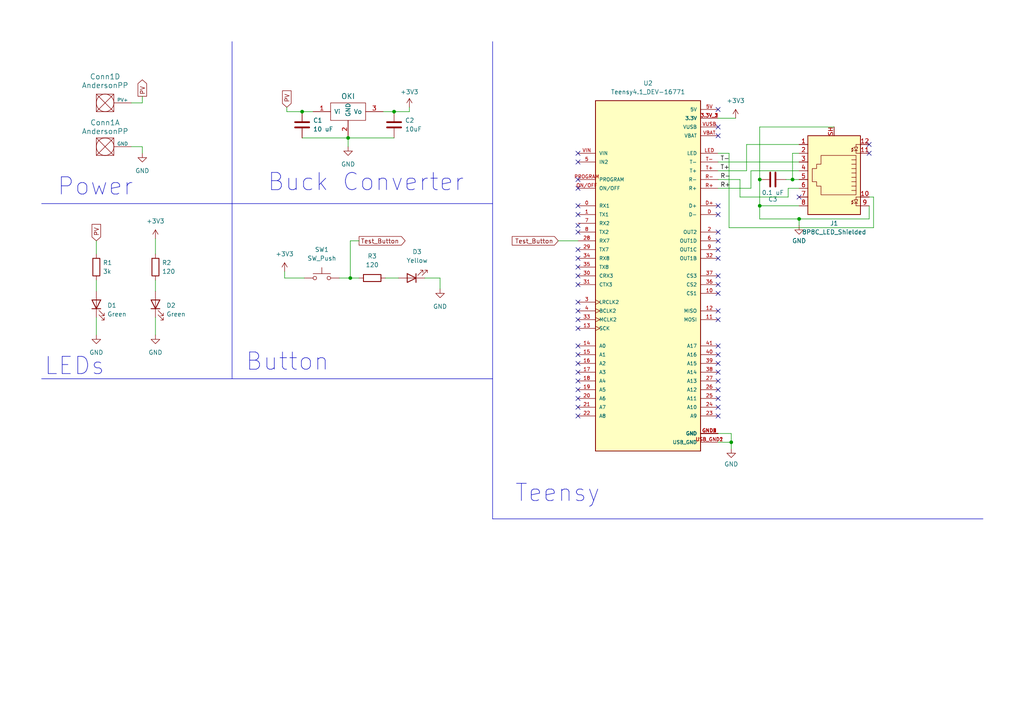
<source format=kicad_sch>
(kicad_sch (version 20230121) (generator eeschema)
  (paper "A4")
  (lib_symbols
    (symbol "Connector:8P8C_LED_Shielded" (pin_names (offset 1.016))
      (property "Reference" "J" (at -5.08 13.97 0))
      (property "Value" "8P8C_LED_Shielded" (at 1.27 13.97 0))
      (symbol "8P8C_LED_Shielded_0_1"
        (polyline (pts (xy -7.62 -7.62) (xy -6.35 -7.62)))
        (polyline (pts (xy -7.62 -5.08) (xy -6.35 -5.08)))
        (polyline (pts (xy -7.62 7.62) (xy -6.35 7.62)))
        (polyline (pts (xy -7.62 10.16) (xy -6.35 10.16)))
        (polyline (pts (xy -6.858 -5.842) (xy -5.842 -5.842)))
        (polyline (pts (xy -6.858 9.398) (xy -5.842 9.398)))
        (polyline (pts (xy -6.35 -7.62) (xy -6.35 -6.858)))
        (polyline (pts (xy -6.35 -5.08) (xy -6.35 -5.842)))
        (polyline (pts (xy -6.35 7.62) (xy -6.35 8.382)))
        (polyline (pts (xy -6.35 10.16) (xy -6.35 9.398)))
        (polyline (pts (xy -5.08 -6.223) (xy -5.207 -6.604)))
        (polyline (pts (xy -5.08 -5.588) (xy -5.207 -5.969)))
        (polyline (pts (xy -5.08 4.445) (xy -6.35 4.445)))
        (polyline (pts (xy -5.08 5.715) (xy -6.35 5.715)))
        (polyline (pts (xy -5.08 9.017) (xy -5.207 8.636)))
        (polyline (pts (xy -5.08 9.652) (xy -5.207 9.271)))
        (polyline (pts (xy -6.35 -3.175) (xy -5.08 -3.175) (xy -5.08 -3.175)))
        (polyline (pts (xy -6.35 -1.905) (xy -5.08 -1.905) (xy -5.08 -1.905)))
        (polyline (pts (xy -6.35 -0.635) (xy -5.08 -0.635) (xy -5.08 -0.635)))
        (polyline (pts (xy -6.35 0.635) (xy -5.08 0.635) (xy -5.08 0.635)))
        (polyline (pts (xy -6.35 1.905) (xy -5.08 1.905) (xy -5.08 1.905)))
        (polyline (pts (xy -5.588 -6.731) (xy -5.08 -6.223) (xy -5.461 -6.35)))
        (polyline (pts (xy -5.588 -6.096) (xy -5.08 -5.588) (xy -5.461 -5.715)))
        (polyline (pts (xy -5.588 8.509) (xy -5.08 9.017) (xy -5.461 8.89)))
        (polyline (pts (xy -5.588 9.144) (xy -5.08 9.652) (xy -5.461 9.525)))
        (polyline (pts (xy -5.08 3.175) (xy -6.35 3.175) (xy -6.35 3.175)))
        (polyline (pts (xy -6.35 -5.842) (xy -6.858 -6.858) (xy -5.842 -6.858) (xy -6.35 -5.842)))
        (polyline (pts (xy -6.35 9.398) (xy -6.858 8.382) (xy -5.842 8.382) (xy -6.35 9.398)))
        (polyline (pts (xy -6.35 -4.445) (xy -6.35 6.985) (xy 3.81 6.985) (xy 3.81 4.445) (xy 5.08 4.445) (xy 5.08 3.175) (xy 6.35 3.175) (xy 6.35 -0.635) (xy 5.08 -0.635) (xy 5.08 -1.905) (xy 3.81 -1.905) (xy 3.81 -4.445) (xy -6.35 -4.445) (xy -6.35 -4.445)))
        (rectangle (start 7.62 12.7) (end -7.62 -10.16) (stroke (width 0.254)) (fill (type background)))
      )
      (symbol "8P8C_LED_Shielded_1_1"
        (pin passive line (at 10.16 -7.62 180) (length 2.54) (name "~") (number "1"))
        (pin passive line (at -10.16 7.62 0) (length 2.54) (name "~") (number "10"))
        (pin passive line (at -10.16 -5.08 0) (length 2.54) (name "~") (number "11"))
        (pin passive line (at -10.16 -7.62 0) (length 2.54) (name "~") (number "12"))
        (pin passive line (at 10.16 -5.08 180) (length 2.54) (name "~") (number "2"))
        (pin passive line (at 10.16 -2.54 180) (length 2.54) (name "~") (number "3"))
        (pin passive line (at 10.16 0 180) (length 2.54) (name "~") (number "4"))
        (pin passive line (at 10.16 2.54 180) (length 2.54) (name "~") (number "5"))
        (pin passive line (at 10.16 5.08 180) (length 2.54) (name "~") (number "6"))
        (pin passive line (at 10.16 7.62 180) (length 2.54) (name "~") (number "7"))
        (pin passive line (at 10.16 10.16 180) (length 2.54) (name "~") (number "8"))
        (pin passive line (at -10.16 10.16 0) (length 2.54) (name "~") (number "9"))
        (pin passive line (at 0 -12.7 90) (length 2.54) (name "~") (number "SH"))
      )
    )
    (symbol "Device:C" (pin_numbers hide) (pin_names (offset 0.254))
      (property "Reference" "C" (at 0.635 2.54 0))
      (property "Value" "C" (at 0.635 -2.54 0))
      (symbol "C_0_1"
        (polyline (pts (xy -2.032 -0.762) (xy 2.032 -0.762)) (stroke (width 0.508)))
        (polyline (pts (xy -2.032 0.762) (xy 2.032 0.762)) (stroke (width 0.508)))
      )
      (symbol "C_1_1"
        (pin passive line (at 0 3.81 270) (length 2.794) (name "~") (number "1"))
        (pin passive line (at 0 -3.81 90) (length 2.794) (name "~") (number "2"))
      )
    )
    (symbol "Device:LED" (pin_numbers hide) (pin_names (offset 1.016) hide)
      (property "Reference" "D" (at 0 2.54 0))
      (property "Value" "LED" (at 0 -2.54 0))
      (symbol "LED_0_1"
        (polyline (pts (xy -1.27 -1.27) (xy -1.27 1.27)) (stroke (width 0.254)))
        (polyline (pts (xy -1.27 0) (xy 1.27 0)))
        (polyline (pts (xy 1.27 -1.27) (xy 1.27 1.27) (xy -1.27 0) (xy 1.27 -1.27)) (stroke (width 0.254)))
        (polyline (pts (xy -3.048 -0.762) (xy -4.572 -2.286) (xy -3.81 -2.286) (xy -4.572 -2.286) (xy -4.572 -1.524)))
        (polyline (pts (xy -1.778 -0.762) (xy -3.302 -2.286) (xy -2.54 -2.286) (xy -3.302 -2.286) (xy -3.302 -1.524)))
      )
      (symbol "LED_1_1"
        (pin passive line (at -3.81 0 0) (length 2.54) (name "K") (number "1"))
        (pin passive line (at 3.81 0 180) (length 2.54) (name "A") (number "2"))
      )
    )
    (symbol "Device:R" (pin_numbers hide) (pin_names (offset 0))
      (property "Reference" "R" (at 2.032 0 90))
      (property "Value" "R" (at 0 0 90))
      (symbol "R_0_1"
        (rectangle (start -1.016 -2.54) (end 1.016 2.54) (stroke (width 0.254)))
      )
      (symbol "R_1_1"
        (pin passive line (at 0 3.81 270) (length 1.27) (name "~") (number "1"))
        (pin passive line (at 0 -3.81 90) (length 1.27) (name "~") (number "2"))
      )
    )
    (symbol "MRDT_Connectors:AndersonPP" (pin_numbers hide) (pin_names (offset 0))
      (property "Reference" "Conn" (at 3.81 -1.27 0))
      (property "Value" "AndersonPP" (at 2.54 6.35 0))
      (symbol "AndersonPP_0_1"
        (polyline (pts (xy 0 5.08) (xy 5.08 0)))
        (polyline (pts (xy 5.08 5.08) (xy 0 0)))
        (rectangle (start 0 0) (end 5.08 5.08))
        (circle (center 2.54 2.54) (radius 2.54))
      )
      (symbol "AndersonPP_1_1"
        (pin input line (at 10.16 2.54 180) (length 5.08) (name "GND") (number "1"))
      )
      (symbol "AndersonPP_2_1"
        (pin input line (at 10.16 2.54 180) (length 5.08) (name "V+Log") (number "2"))
      )
      (symbol "AndersonPP_3_1"
        (pin input line (at 10.16 2.54 180) (length 5.08) (name "V+Act") (number "3"))
      )
      (symbol "AndersonPP_4_1"
        (pin input line (at 10.16 2.54 180) (length 5.08) (name "PV+") (number "4"))
      )
      (symbol "AndersonPP_5_1"
        (pin input line (at 10.16 2.54 180) (length 5.08) (name "~") (number "1"))
      )
    )
    (symbol "MRDT_Devices:OKI" (pin_names (offset 1.016))
      (property "Value" "OKI" (at 5.08 6.35 0))
      (symbol "OKI_0_1"
        (rectangle (start 0 0) (end 10.16 5.08))
      )
      (symbol "OKI_1_1"
        (pin input line (at -5.08 2.54 0) (length 5.08) (name "Vi") (number "1"))
        (pin output line (at 5.08 -5.08 90) (length 5.08) (name "GND") (number "2"))
        (pin output line (at 15.24 2.54 180) (length 5.08) (name "Vo") (number "3"))
      )
    )
    (symbol "MRDT_Shields:Teensy4.1_DEV-16771" (pin_names (offset 1.016))
      (property "Reference" "U" (at -15.24 52.07 0))
      (property "Value" "Teensy4.1_DEV-16771" (at -15.24 -53.34 0))
      (symbol "Teensy4.1_DEV-16771_0_0"
        (rectangle (start -15.24 -50.8) (end 15.24 50.8) (stroke (width 0.254)) (fill (type background)))
        (pin bidirectional line (at -20.32 20.32 0) (length 5.08) (name "RX1") (number "0"))
        (pin bidirectional line (at -20.32 17.78 0) (length 5.08) (name "TX1") (number "1"))
        (pin bidirectional line (at 20.32 -5.08 180) (length 5.08) (name "CS1") (number "10"))
        (pin bidirectional line (at 20.32 -12.7 180) (length 5.08) (name "MOSI") (number "11"))
        (pin bidirectional line (at 20.32 -10.16 180) (length 5.08) (name "MISO") (number "12"))
        (pin bidirectional clock (at -20.32 -15.24 0) (length 5.08) (name "SCK") (number "13"))
        (pin bidirectional line (at -20.32 -20.32 0) (length 5.08) (name "A0") (number "14"))
        (pin bidirectional line (at -20.32 -22.86 0) (length 5.08) (name "A1") (number "15"))
        (pin bidirectional line (at -20.32 -25.4 0) (length 5.08) (name "A2") (number "16"))
        (pin bidirectional line (at -20.32 -27.94 0) (length 5.08) (name "A3") (number "17"))
        (pin bidirectional line (at -20.32 -30.48 0) (length 5.08) (name "A4") (number "18"))
        (pin bidirectional line (at -20.32 -33.02 0) (length 5.08) (name "A5") (number "19"))
        (pin output line (at 20.32 12.7 180) (length 5.08) (name "OUT2") (number "2"))
        (pin bidirectional line (at -20.32 -35.56 0) (length 5.08) (name "A6") (number "20"))
        (pin bidirectional line (at -20.32 -38.1 0) (length 5.08) (name "A7") (number "21"))
        (pin bidirectional line (at -20.32 -40.64 0) (length 5.08) (name "A8") (number "22"))
        (pin bidirectional line (at 20.32 -40.64 180) (length 5.08) (name "A9") (number "23"))
        (pin bidirectional line (at 20.32 -38.1 180) (length 5.08) (name "A10") (number "24"))
        (pin bidirectional line (at 20.32 -35.56 180) (length 5.08) (name "A11") (number "25"))
        (pin bidirectional line (at 20.32 -33.02 180) (length 5.08) (name "A12") (number "26"))
        (pin bidirectional line (at 20.32 -30.48 180) (length 5.08) (name "A13") (number "27"))
        (pin bidirectional line (at -20.32 10.16 0) (length 5.08) (name "RX7") (number "28"))
        (pin bidirectional line (at -20.32 7.62 0) (length 5.08) (name "TX7") (number "29"))
        (pin bidirectional clock (at -20.32 -7.62 0) (length 5.08) (name "LRCLK2") (number "3"))
        (pin power_in line (at 20.32 45.72 180) (length 5.08) (name "3.3V") (number "3.3V_1"))
        (pin power_in line (at 20.32 45.72 180) (length 5.08) (name "3.3V") (number "3.3V_2"))
        (pin power_in line (at 20.32 45.72 180) (length 5.08) (name "3.3V") (number "3.3V_3"))
        (pin bidirectional line (at -20.32 0 0) (length 5.08) (name "CRX3") (number "30"))
        (pin bidirectional line (at -20.32 -2.54 0) (length 5.08) (name "CTX3") (number "31"))
        (pin output line (at 20.32 5.08 180) (length 5.08) (name "OUT1B") (number "32"))
        (pin bidirectional clock (at -20.32 -12.7 0) (length 5.08) (name "MCLK2") (number "33"))
        (pin bidirectional line (at -20.32 5.08 0) (length 5.08) (name "RX8") (number "34"))
        (pin bidirectional line (at -20.32 2.54 0) (length 5.08) (name "TX8") (number "35"))
        (pin bidirectional line (at 20.32 -2.54 180) (length 5.08) (name "CS2") (number "36"))
        (pin bidirectional line (at 20.32 0 180) (length 5.08) (name "CS3") (number "37"))
        (pin bidirectional line (at 20.32 -27.94 180) (length 5.08) (name "A14") (number "38"))
        (pin bidirectional line (at 20.32 -25.4 180) (length 5.08) (name "A15") (number "39"))
        (pin bidirectional clock (at -20.32 -10.16 0) (length 5.08) (name "BCLK2") (number "4"))
        (pin bidirectional line (at 20.32 -22.86 180) (length 5.08) (name "A16") (number "40"))
        (pin bidirectional line (at 20.32 -20.32 180) (length 5.08) (name "A17") (number "41"))
        (pin bidirectional line (at -20.32 33.02 0) (length 5.08) (name "IN2") (number "5"))
        (pin power_in line (at 20.32 48.26 180) (length 5.08) (name "5V") (number "5V"))
        (pin output line (at 20.32 10.16 180) (length 5.08) (name "OUT1D") (number "6"))
        (pin bidirectional line (at -20.32 15.24 0) (length 5.08) (name "RX2") (number "7"))
        (pin bidirectional line (at -20.32 12.7 0) (length 5.08) (name "TX2") (number "8"))
        (pin output line (at 20.32 7.62 180) (length 5.08) (name "OUT1C") (number "9"))
        (pin bidirectional line (at 20.32 17.78 180) (length 5.08) (name "D-") (number "D"))
        (pin bidirectional line (at 20.32 20.32 180) (length 5.08) (name "D+") (number "D+"))
        (pin power_in line (at 20.32 -45.72 180) (length 5.08) (name "GND") (number "GND1"))
        (pin power_in line (at 20.32 -45.72 180) (length 5.08) (name "GND") (number "GND2"))
        (pin power_in line (at 20.32 -45.72 180) (length 5.08) (name "GND") (number "GND3"))
        (pin power_in line (at 20.32 -45.72 180) (length 5.08) (name "GND") (number "GND4"))
        (pin power_in line (at 20.32 -45.72 180) (length 5.08) (name "GND") (number "GND5"))
        (pin bidirectional line (at 20.32 35.56 180) (length 5.08) (name "LED") (number "LED"))
        (pin bidirectional line (at -20.32 25.4 0) (length 5.08) (name "ON/OFF") (number "ON/OFF"))
        (pin bidirectional line (at -20.32 27.94 0) (length 5.08) (name "PROGRAM") (number "PROGRAM"))
        (pin bidirectional line (at 20.32 25.4 180) (length 5.08) (name "R+") (number "R+"))
        (pin bidirectional line (at 20.32 27.94 180) (length 5.08) (name "R-") (number "R-"))
        (pin bidirectional line (at 20.32 30.48 180) (length 5.08) (name "T+") (number "T+"))
        (pin bidirectional line (at 20.32 33.02 180) (length 5.08) (name "T-") (number "T-"))
        (pin power_in line (at 20.32 -48.26 180) (length 5.08) (name "USB_GND") (number "USB_GND1"))
        (pin power_in line (at 20.32 -48.26 180) (length 5.08) (name "USB_GND") (number "USB_GND2"))
        (pin passive line (at 20.32 40.64 180) (length 5.08) (name "VBAT") (number "VBAT"))
        (pin input line (at -20.32 35.56 0) (length 5.08) (name "VIN") (number "VIN"))
        (pin passive line (at 20.32 43.18 180) (length 5.08) (name "VUSB") (number "VUSB"))
      )
    )
    (symbol "Switch:SW_Push" (pin_numbers hide) (pin_names (offset 1.016) hide)
      (property "Reference" "SW" (at 1.27 2.54 0))
      (property "Value" "SW_Push" (at 0 -1.524 0))
      (symbol "SW_Push_0_1"
        (circle (center -2.032 0) (radius 0.508))
        (polyline (pts (xy 0 1.27) (xy 0 3.048)))
        (polyline (pts (xy 2.54 1.27) (xy -2.54 1.27)))
        (circle (center 2.032 0) (radius 0.508))
        (pin passive line (at -5.08 0 0) (length 2.54) (name "1") (number "1"))
        (pin passive line (at 5.08 0 180) (length 2.54) (name "2") (number "2"))
      )
    )
    (symbol "power:+3V3" (power) (pin_names (offset 0))
      (property "Value" "+3V3" (at 0 3.556 0))
      (symbol "+3V3_0_1"
        (polyline (pts (xy -0.762 1.27) (xy 0 2.54)))
        (polyline (pts (xy 0 0) (xy 0 2.54)))
        (polyline (pts (xy 0 2.54) (xy 0.762 1.27)))
      )
      (symbol "+3V3_1_1"
        (pin power_in line (at 0 0 90) (length 0) hide (name "+3V3") (number "1"))
      )
    )
    (symbol "power:GND" (power) (pin_names (offset 0))
      (property "Value" "GND" (at 0 -3.81 0))
      (symbol "GND_0_1"
        (polyline (pts (xy 0 0) (xy 0 -1.27) (xy 1.27 -1.27) (xy 0 -2.54) (xy -1.27 -1.27) (xy 0 -1.27)))
      )
      (symbol "GND_1_1"
        (pin power_in line (at 0 0 270) (length 0) hide (name "GND") (number "1"))
      )
    )
  )
  (junction (at 114.3 32.385))
  (junction (at 87.63 32.385))
  (junction (at 212.09 128.27))
  (junction (at 220.345 52.07))
  (junction (at 101.6 80.645))
  (junction (at 100.965 40.005))
  (junction (at 229.87 52.07))
  (junction (at 231.775 63.5))
  (junction (at 220.345 59.69))
  (no_connect (at 167.64 59.69))
  (no_connect (at 252.095 44.45))
  (no_connect (at 208.28 90.17))
  (no_connect (at 208.28 102.87))
  (no_connect (at 208.28 120.65))
  (no_connect (at 167.64 113.03))
  (no_connect (at 167.64 80.01))
  (no_connect (at 208.28 107.95))
  (no_connect (at 167.64 87.63))
  (no_connect (at 167.64 72.39))
  (no_connect (at 208.28 82.55))
  (no_connect (at 167.64 92.71))
  (no_connect (at 167.64 74.93))
  (no_connect (at 231.775 57.15))
  (no_connect (at 167.64 107.95))
  (no_connect (at 208.28 113.03))
  (no_connect (at 208.28 85.09))
  (no_connect (at 208.28 39.37))
  (no_connect (at 167.64 100.33))
  (no_connect (at 167.64 44.45))
  (no_connect (at 208.28 59.69))
  (no_connect (at 208.28 110.49))
  (no_connect (at 167.64 120.65))
  (no_connect (at 208.28 67.31))
  (no_connect (at 208.28 69.85))
  (no_connect (at 167.64 52.07))
  (no_connect (at 167.64 62.23))
  (no_connect (at 167.64 90.17))
  (no_connect (at 208.28 100.33))
  (no_connect (at 167.64 82.55))
  (no_connect (at 167.64 115.57))
  (no_connect (at 208.28 115.57))
  (no_connect (at 208.28 74.93))
  (no_connect (at 167.64 110.49))
  (no_connect (at 208.28 118.11))
  (no_connect (at 252.095 41.91))
  (no_connect (at 167.64 67.31))
  (no_connect (at 167.64 46.99))
  (no_connect (at 208.28 36.83))
  (no_connect (at 167.64 54.61))
  (no_connect (at 208.28 80.01))
  (no_connect (at 208.28 62.23))
  (no_connect (at 167.64 65.405))
  (no_connect (at 167.64 102.87))
  (no_connect (at 167.64 77.47))
  (no_connect (at 167.64 105.41))
  (no_connect (at 167.64 95.25))
  (no_connect (at 208.28 105.41))
  (no_connect (at 208.28 31.75))
  (no_connect (at 208.28 72.39))
  (no_connect (at 208.28 92.71))
  (no_connect (at 167.64 118.11))
  (wire (pts (xy 227.965 52.07) (xy 229.87 52.07)))
  (wire (pts (xy 100.965 40.005) (xy 100.965 42.545)))
  (wire (pts (xy 228.6 57.15) (xy 214.63 57.15)))
  (wire (pts (xy 87.63 40.005) (xy 100.965 40.005)))
  (wire (pts (xy 216.535 41.91) (xy 216.535 49.53)))
  (wire (pts (xy 41.275 42.545) (xy 41.275 44.45)))
  (wire (pts (xy 123.19 80.645) (xy 127.635 80.645)))
  (wire (pts (xy 41.275 27.94) (xy 41.275 29.845)))
  (wire (pts (xy 83.185 31.115) (xy 83.185 32.385)))
  (wire (pts (xy 101.6 69.85) (xy 101.6 80.645)))
  (wire (pts (xy 127.635 80.645) (xy 127.635 83.82)))
  (wire (pts (xy 212.09 125.73) (xy 212.09 128.27)))
  (wire (pts (xy 231.775 63.5) (xy 231.775 65.405)))
  (wire (pts (xy 45.085 92.075) (xy 45.085 97.155)))
  (wire (pts (xy 101.6 80.645) (xy 104.14 80.645)))
  (wire (pts (xy 231.775 44.45) (xy 229.87 44.45)))
  (wire (pts (xy 118.745 31.115) (xy 118.745 32.385)))
  (wire (pts (xy 208.28 125.73) (xy 212.09 125.73)))
  (wire (pts (xy 229.87 52.07) (xy 231.775 52.07)))
  (wire (pts (xy 216.535 49.53) (xy 208.28 49.53)))
  (wire (pts (xy 214.63 52.07) (xy 208.28 52.07)))
  (wire (pts (xy 98.425 80.645) (xy 101.6 80.645)))
  (wire (pts (xy 161.925 69.85) (xy 167.64 69.85)))
  (wire (pts (xy 27.94 81.28) (xy 27.94 84.455)))
  (wire (pts (xy 231.775 54.61) (xy 228.6 54.61)))
  (wire (pts (xy 253.365 66.04) (xy 211.455 66.04)))
  (wire (pts (xy 229.87 44.45) (xy 229.87 52.07)))
  (wire (pts (xy 45.085 81.28) (xy 45.085 84.455)))
  (wire (pts (xy 231.775 63.5) (xy 220.345 63.5)))
  (wire (pts (xy 252.095 63.5) (xy 231.775 63.5)))
  (wire (pts (xy 41.275 29.845) (xy 38.1 29.845)))
  (polyline (pts (xy 285.115 150.495) (xy 142.875 150.495)))
  (wire (pts (xy 104.14 69.85) (xy 101.6 69.85)))
  (wire (pts (xy 208.28 34.29) (xy 213.36 34.29)))
  (wire (pts (xy 253.365 57.15) (xy 253.365 66.04)))
  (wire (pts (xy 82.55 80.645) (xy 82.55 78.74)))
  (wire (pts (xy 38.1 42.545) (xy 41.275 42.545)))
  (polyline (pts (xy 67.31 12.065) (xy 67.31 109.855)))
  (wire (pts (xy 220.345 36.83) (xy 220.345 52.07)))
  (wire (pts (xy 87.63 32.385) (xy 90.805 32.385)))
  (wire (pts (xy 220.345 63.5) (xy 220.345 59.69)))
  (polyline (pts (xy 12.065 109.855) (xy 142.875 109.855)))
  (wire (pts (xy 88.265 80.645) (xy 82.55 80.645)))
  (wire (pts (xy 27.94 69.85) (xy 27.94 73.66)))
  (wire (pts (xy 252.095 59.69) (xy 252.095 63.5)))
  (wire (pts (xy 217.805 49.53) (xy 217.805 54.61)))
  (wire (pts (xy 208.28 128.27) (xy 212.09 128.27)))
  (wire (pts (xy 208.28 46.99) (xy 231.775 46.99)))
  (wire (pts (xy 220.345 59.69) (xy 220.345 52.07)))
  (wire (pts (xy 27.94 92.075) (xy 27.94 97.155)))
  (wire (pts (xy 45.085 69.215) (xy 45.085 73.66)))
  (wire (pts (xy 214.63 57.15) (xy 214.63 52.07)))
  (wire (pts (xy 231.775 41.91) (xy 216.535 41.91)))
  (wire (pts (xy 252.095 57.15) (xy 253.365 57.15)))
  (wire (pts (xy 212.09 128.27) (xy 212.09 130.175)))
  (wire (pts (xy 211.455 44.45) (xy 208.28 44.45)))
  (wire (pts (xy 228.6 54.61) (xy 228.6 57.15)))
  (wire (pts (xy 111.76 80.645) (xy 115.57 80.645)))
  (wire (pts (xy 83.185 32.385) (xy 87.63 32.385)))
  (wire (pts (xy 231.775 49.53) (xy 217.805 49.53)))
  (polyline (pts (xy 142.875 12.065) (xy 142.875 150.495)))
  (polyline (pts (xy 12.065 59.055) (xy 142.875 59.055)))
  (wire (pts (xy 211.455 66.04) (xy 211.455 44.45)))
  (wire (pts (xy 217.805 54.61) (xy 208.28 54.61)))
  (wire (pts (xy 100.965 40.005) (xy 114.3 40.005)))
  (wire (pts (xy 220.345 59.69) (xy 231.775 59.69)))
  (wire (pts (xy 241.935 36.83) (xy 220.345 36.83)))
  (wire (pts (xy 111.125 32.385) (xy 114.3 32.385)))
  (wire (pts (xy 118.745 32.385) (xy 114.3 32.385)))
  (text "Buck Converter" (at 77.47 55.88 0) (effects (font (size 5 5)) (justify left bottom)))
  (text "Power" (at 16.51 57.15 0) (effects (font (size 5 5)) (justify left bottom)))
  (text "LEDs" (at 12.7 109.22 0) (effects (font (size 5 5)) (justify left bottom)))
  (text "Teensy" (at 149.225 146.05 0) (effects (font (size 5 5)) (justify left bottom)))
  (text "Button" (at 71.12 107.95 0) (effects (font (size 5 5)) (justify left bottom)))
  (label "T-" (at 208.915 46.99 0))
  (label "R-" (at 208.915 52.07 0))
  (label "T+" (at 208.915 49.53 0))
  (label "R+" (at 208.915 54.61 0))
  (global_label "Test_Button" (shape output) (at 104.14 69.85 0) (property "Intersheetrefs" "${INTERSHEET_REFS}" (effects hide)))
  (global_label "PV" (shape input) (at 27.94 69.85 90) (property "Intersheetrefs" "${INTERSHEET_REFS}" (effects hide)))
  (global_label "PV" (shape output) (at 41.275 27.94 90) (property "Intersheetrefs" "${INTERSHEET_REFS}" (effects hide)))
  (global_label "Test_Button" (shape input) (at 161.925 69.85 180) (property "Intersheetrefs" "${INTERSHEET_REFS}" (effects hide)))
  (global_label "PV" (shape input) (at 83.185 31.115 90) (property "Intersheetrefs" "${INTERSHEET_REFS}" (effects hide)))
  (symbol (lib_id "Device:C") (at 114.3 36.195 0) (unit 1)
    (property "Reference" "C2" (at 117.475 34.925 0) (effects (justify left)))
    (property "Value" "10uF" (at 117.475 37.465 0) (effects (justify left)))
  )
  (symbol (lib_id "power:+3V3") (at 213.36 34.29 0) (unit 1)
    (property "Reference" "#PWR03" (effects hide))
    (property "Value" "+3V3" (at 213.36 29.21 0))
  )
  (symbol (lib_id "Switch:SW_Push") (at 93.345 80.645 0) (unit 1)
    (property "Reference" "SW1" (at 93.345 72.39 0))
    (property "Value" "SW_Push" (at 93.345 74.93 0))
  )
  (symbol (lib_id "MRDT_Connectors:AndersonPP") (at 27.94 45.085 0) (unit 1)
    (property "Reference" "Conn1" (at 30.48 35.56 0) (effects (font (size 1.524 1.524))))
    (property "Value" "AndersonPP" (at 30.48 38.1 0) (effects (font (size 1.524 1.524))))
  )
  (symbol (lib_id "power:GND") (at 231.775 65.405 0) (unit 1)
    (property "Reference" "#PWR05" (effects hide))
    (property "Value" "GND" (at 231.775 69.85 0))
  )
  (symbol (lib_id "Device:LED") (at 119.38 80.645 180) (unit 1)
    (property "Reference" "D3" (at 120.9675 73.025 0))
    (property "Value" "Yellow" (at 120.9675 75.565 0))
  )
  (symbol (lib_id "MRDT_Shields:Teensy4.1_DEV-16771") (at 187.96 80.01 0) (unit 1)
    (property "Reference" "U2" (at 187.96 24.13 0))
    (property "Value" "Teensy4.1_DEV-16771" (at 187.96 26.67 0))
    (property "Footprint" "MODULE_DEV-16771" (effects hide))
    (property "STANDARD" "Manufacturer recommendations" (effects hide))
    (property "MAXIMUM_PACKAGE_HEIGHT" "4.07mm" (effects hide))
    (property "MANUFACTURER" "SparkFun Electronics" (effects hide))
    (property "PARTREV" "4.1" (effects hide))
  )
  (symbol (lib_id "power:GND") (at 127.635 83.82 0) (unit 1)
    (property "Reference" "#PWR011" (effects hide))
    (property "Value" "GND" (at 127.635 88.9 0))
  )
  (symbol (lib_id "power:+3V3") (at 82.55 78.74 0) (unit 1)
    (property "Reference" "#PWR010" (effects hide))
    (property "Value" "+3V3" (at 82.55 73.66 0))
  )
  (symbol (lib_id "Device:R") (at 45.085 77.47 0) (unit 1)
    (property "Reference" "R2" (at 46.99 76.2 0) (effects (justify left)))
    (property "Value" "120" (at 46.99 78.74 0) (effects (justify left)))
  )
  (symbol (lib_id "power:+3V3") (at 118.745 31.115 0) (unit 1)
    (property "Reference" "#PWR02" (effects hide))
    (property "Value" "+3V3" (at 118.745 26.67 0))
  )
  (symbol (lib_id "Device:LED") (at 45.085 88.265 90) (unit 1)
    (property "Reference" "D2" (at 48.26 88.5825 90) (effects (justify right)))
    (property "Value" "Green" (at 48.26 91.1225 90) (effects (justify right)))
  )
  (symbol (lib_id "power:GND") (at 27.94 97.155 0) (unit 1)
    (property "Reference" "#PWR07" (effects hide))
    (property "Value" "GND" (at 27.94 102.235 0))
  )
  (symbol (lib_id "power:+3V3") (at 45.085 69.215 0) (unit 1)
    (property "Reference" "#PWR09" (effects hide))
    (property "Value" "+3V3" (at 45.085 64.135 0))
  )
  (symbol (lib_id "Device:LED") (at 27.94 88.265 90) (unit 1)
    (property "Reference" "D1" (at 31.115 88.5825 90) (effects (justify right)))
    (property "Value" "Green" (at 31.115 91.1225 90) (effects (justify right)))
  )
  (symbol (lib_id "Connector:8P8C_LED_Shielded") (at 241.935 49.53 180) (unit 1)
    (property "Reference" "J1" (at 241.935 64.77 0))
    (property "Value" "8P8C_LED_Shielded" (at 241.935 67.31 0))
  )
  (symbol (lib_id "Device:C") (at 224.155 52.07 270) (unit 1)
    (property "Reference" "C3" (at 224.155 57.785 90))
    (property "Value" "0.1 uF" (at 224.155 55.88 90))
  )
  (symbol (lib_id "Device:C") (at 87.63 36.195 0) (unit 1)
    (property "Reference" "C1" (at 90.805 34.925 0) (effects (justify left)))
    (property "Value" "10 uF" (at 90.805 37.465 0) (effects (justify left)))
  )
  (symbol (lib_id "power:GND") (at 45.085 97.155 0) (unit 1)
    (property "Reference" "#PWR08" (effects hide))
    (property "Value" "GND" (at 45.085 102.235 0))
  )
  (symbol (lib_id "MRDT_Devices:OKI") (at 95.885 34.925 0) (unit 1)
    (property "Reference" "U1" (effects hide))
    (property "Value" "OKI" (at 100.965 27.94 0) (effects (font (size 1.524 1.524))))
  )
  (symbol (lib_id "power:GND") (at 212.09 130.175 0) (unit 1)
    (property "Reference" "#PWR04" (effects hide))
    (property "Value" "GND" (at 212.09 134.62 0))
  )
  (symbol (lib_id "power:GND") (at 41.275 44.45 0) (unit 1)
    (property "Reference" "#PWR06" (effects hide))
    (property "Value" "GND" (at 41.275 49.53 0))
  )
  (symbol (lib_id "Device:R") (at 27.94 77.47 0) (unit 1)
    (property "Reference" "R1" (at 29.845 76.2 0) (effects (justify left)))
    (property "Value" "3k" (at 29.845 78.74 0) (effects (justify left)))
  )
  (symbol (lib_id "power:GND") (at 100.965 42.545 0) (unit 1)
    (property "Reference" "#PWR01" (effects hide))
    (property "Value" "GND" (at 100.965 47.625 0))
  )
  (symbol (lib_id "MRDT_Connectors:AndersonPP") (at 27.94 32.385 0) (unit 4)
    (property "Reference" "Conn1" (at 30.48 22.225 0) (effects (font (size 1.524 1.524))))
    (property "Value" "AndersonPP" (at 30.48 24.765 0) (effects (font (size 1.524 1.524))))
  )
  (symbol (lib_id "Device:R") (at 107.95 80.645 90) (unit 1)
    (property "Reference" "R3" (at 107.95 74.295 90))
    (property "Value" "120" (at 107.95 76.835 90))
  )
)
</source>
